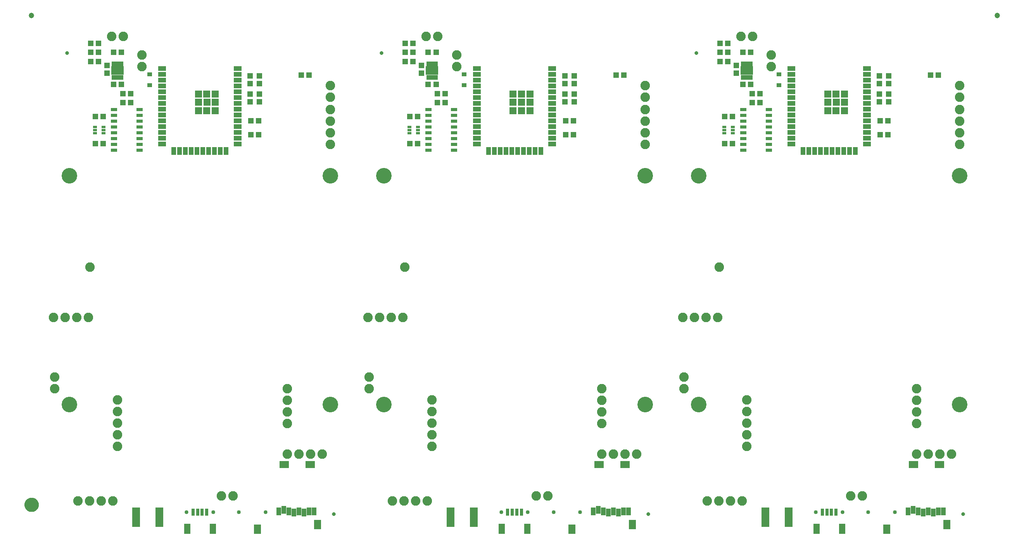
<source format=gbs>
G04 EAGLE Gerber RS-274X export*
G75*
%MOMM*%
%FSLAX34Y34*%
%LPD*%
%INSoldermask Bottom*%
%IPPOS*%
%AMOC8*
5,1,8,0,0,1.08239X$1,22.5*%
G01*
%ADD10R,1.403200X2.203200*%
%ADD11R,0.803200X1.553200*%
%ADD12C,0.838200*%
%ADD13C,0.853200*%
%ADD14R,1.703200X4.203200*%
%ADD15C,3.403600*%
%ADD16R,1.203200X1.303200*%
%ADD17R,1.303200X1.203200*%
%ADD18C,2.082800*%
%ADD19R,1.033200X0.833200*%
%ADD20R,1.403200X0.803200*%
%ADD21R,0.863200X0.503200*%
%ADD22R,2.003200X1.603200*%
%ADD23R,1.603200X2.103200*%
%ADD24R,1.003200X1.703200*%
%ADD25R,0.553200X1.003200*%
%ADD26R,2.703200X1.903200*%
%ADD27R,1.703200X1.103200*%
%ADD28R,1.103200X1.703200*%
%ADD29R,1.533200X1.533200*%
%ADD30C,1.203200*%
%ADD31C,1.270000*%
%ADD32C,1.703200*%


D10*
X369618Y10693D03*
X313618Y10693D03*
D11*
X356618Y47443D03*
X346618Y47443D03*
X336618Y47443D03*
X326618Y47443D03*
D12*
X633718Y42843D03*
X51318Y1051643D03*
D13*
X312718Y46963D03*
X370518Y46963D03*
D14*
X252718Y36013D03*
X201918Y36013D03*
D15*
X56630Y282680D03*
X56630Y782806D03*
X626606Y782806D03*
X626606Y282680D03*
D16*
X138418Y1006843D03*
X138418Y1023843D03*
D17*
X170118Y1052743D03*
X153118Y1052743D03*
X170118Y982743D03*
X153118Y982743D03*
D18*
X215138Y1046683D03*
X215138Y1021283D03*
D19*
X231618Y981243D03*
X231618Y1004243D03*
D16*
X451618Y961243D03*
X451618Y944243D03*
X471618Y1001243D03*
X471618Y984243D03*
X451618Y1001243D03*
X451618Y984243D03*
X471618Y961243D03*
X471618Y944243D03*
D17*
X173118Y962743D03*
X190118Y962743D03*
D20*
X209618Y927193D03*
X209618Y914493D03*
X209618Y901793D03*
X209618Y889093D03*
X209618Y876393D03*
X209618Y863693D03*
X209618Y850993D03*
X209618Y838293D03*
X153618Y838293D03*
X153618Y850993D03*
X153618Y863693D03*
X153618Y876393D03*
X153618Y889093D03*
X153618Y901793D03*
X153618Y914493D03*
X153618Y927193D03*
D17*
X113118Y852743D03*
X130118Y852743D03*
X130118Y912743D03*
X113118Y912743D03*
D21*
X130818Y889243D03*
X112418Y882743D03*
X112418Y876243D03*
X112418Y889243D03*
X130818Y882743D03*
X130818Y876243D03*
D13*
X427018Y46963D03*
X484818Y46963D03*
D17*
X173118Y942743D03*
X190118Y942743D03*
D18*
X151118Y71893D03*
X125718Y71893D03*
X100318Y71893D03*
X74918Y71893D03*
X608318Y174443D03*
X582918Y174443D03*
X557518Y174443D03*
X532118Y174443D03*
X532118Y240643D03*
X532118Y266043D03*
X532118Y291443D03*
X532118Y316843D03*
X24118Y342243D03*
X24118Y316843D03*
D17*
X453118Y902743D03*
X470118Y902743D03*
D22*
X525738Y151393D03*
X582738Y151393D03*
D23*
X598738Y19893D03*
X467238Y9893D03*
D24*
X513838Y48393D03*
X524838Y52393D03*
X535838Y48393D03*
X546838Y46393D03*
X557838Y48393D03*
X568838Y46393D03*
X579838Y48393D03*
X590838Y48393D03*
D18*
X388918Y82743D03*
X414318Y82743D03*
X148918Y1087743D03*
X174318Y1087743D03*
X626618Y980343D03*
X626618Y954943D03*
D17*
X580118Y1002743D03*
X563118Y1002743D03*
D25*
X161618Y998243D03*
X166618Y998243D03*
X171618Y998243D03*
X156618Y998243D03*
X151618Y998243D03*
X151618Y1027243D03*
X156618Y1027243D03*
X161618Y1027243D03*
X166618Y1027243D03*
X171618Y1027243D03*
D26*
X161618Y1012743D03*
D17*
X120118Y1052743D03*
X103118Y1052743D03*
X120118Y1032743D03*
X103118Y1032743D03*
X120118Y1072743D03*
X103118Y1072743D03*
D18*
X21618Y472743D03*
X47018Y472743D03*
X72418Y472743D03*
X97818Y472743D03*
X161618Y292743D03*
X161618Y267343D03*
X161618Y241943D03*
X161618Y216543D03*
X161618Y191143D03*
X626618Y851743D03*
X626618Y877143D03*
X626618Y902543D03*
X626618Y927943D03*
X101618Y582743D03*
D17*
X453118Y872743D03*
X470118Y872743D03*
D27*
X423998Y1017043D03*
X423998Y1004343D03*
X423998Y991643D03*
X423998Y978943D03*
X423998Y966243D03*
X423998Y953543D03*
X423998Y940843D03*
X423998Y928143D03*
X423998Y915443D03*
X423998Y902743D03*
X423998Y890043D03*
X423998Y877343D03*
X423998Y864643D03*
X423998Y851943D03*
D28*
X398768Y837043D03*
X386068Y837043D03*
X373368Y837043D03*
X360668Y837043D03*
X347968Y837043D03*
X335268Y837043D03*
X322568Y837043D03*
X309868Y837043D03*
X297168Y837043D03*
X284468Y837043D03*
D27*
X259238Y851943D03*
X259238Y864643D03*
X259238Y877343D03*
X259238Y890043D03*
X259238Y902743D03*
X259238Y915443D03*
X259238Y928143D03*
X259238Y940843D03*
X259238Y953543D03*
X259238Y966243D03*
X259238Y978943D03*
X259238Y991643D03*
X259238Y1004343D03*
X259238Y1017043D03*
D29*
X356928Y943623D03*
X338478Y961833D03*
X356778Y961833D03*
X375078Y961833D03*
X375078Y943533D03*
X338378Y943833D03*
X338478Y925233D03*
X356778Y925133D03*
X375078Y925233D03*
D10*
X1056688Y10693D03*
X1000688Y10693D03*
D11*
X1043688Y47443D03*
X1033688Y47443D03*
X1023688Y47443D03*
X1013688Y47443D03*
D12*
X1320788Y42843D03*
X738388Y1051643D03*
D13*
X999788Y46963D03*
X1057588Y46963D03*
D14*
X939788Y36013D03*
X888988Y36013D03*
D15*
X743700Y282680D03*
X743700Y782806D03*
X1313676Y782806D03*
X1313676Y282680D03*
D16*
X825488Y1006843D03*
X825488Y1023843D03*
D17*
X857188Y1052743D03*
X840188Y1052743D03*
X857188Y982743D03*
X840188Y982743D03*
D18*
X902208Y1046683D03*
X902208Y1021283D03*
D19*
X918688Y981243D03*
X918688Y1004243D03*
D16*
X1138688Y961243D03*
X1138688Y944243D03*
X1158688Y1001243D03*
X1158688Y984243D03*
X1138688Y1001243D03*
X1138688Y984243D03*
X1158688Y961243D03*
X1158688Y944243D03*
D17*
X860188Y962743D03*
X877188Y962743D03*
D20*
X896688Y927193D03*
X896688Y914493D03*
X896688Y901793D03*
X896688Y889093D03*
X896688Y876393D03*
X896688Y863693D03*
X896688Y850993D03*
X896688Y838293D03*
X840688Y838293D03*
X840688Y850993D03*
X840688Y863693D03*
X840688Y876393D03*
X840688Y889093D03*
X840688Y901793D03*
X840688Y914493D03*
X840688Y927193D03*
D17*
X800188Y852743D03*
X817188Y852743D03*
X817188Y912743D03*
X800188Y912743D03*
D21*
X817888Y889243D03*
X799488Y882743D03*
X799488Y876243D03*
X799488Y889243D03*
X817888Y882743D03*
X817888Y876243D03*
D13*
X1114088Y46963D03*
X1171888Y46963D03*
D17*
X860188Y942743D03*
X877188Y942743D03*
D18*
X838188Y71893D03*
X812788Y71893D03*
X787388Y71893D03*
X761988Y71893D03*
X1295388Y174443D03*
X1269988Y174443D03*
X1244588Y174443D03*
X1219188Y174443D03*
X1219188Y240643D03*
X1219188Y266043D03*
X1219188Y291443D03*
X1219188Y316843D03*
X711188Y342243D03*
X711188Y316843D03*
D17*
X1140188Y902743D03*
X1157188Y902743D03*
D22*
X1212808Y151393D03*
X1269808Y151393D03*
D23*
X1285808Y19893D03*
X1154308Y9893D03*
D24*
X1200908Y48393D03*
X1211908Y52393D03*
X1222908Y48393D03*
X1233908Y46393D03*
X1244908Y48393D03*
X1255908Y46393D03*
X1266908Y48393D03*
X1277908Y48393D03*
D18*
X1075988Y82743D03*
X1101388Y82743D03*
X835988Y1087743D03*
X861388Y1087743D03*
X1313688Y980343D03*
X1313688Y954943D03*
D17*
X1267188Y1002743D03*
X1250188Y1002743D03*
D25*
X848688Y998243D03*
X853688Y998243D03*
X858688Y998243D03*
X843688Y998243D03*
X838688Y998243D03*
X838688Y1027243D03*
X843688Y1027243D03*
X848688Y1027243D03*
X853688Y1027243D03*
X858688Y1027243D03*
D26*
X848688Y1012743D03*
D17*
X807188Y1052743D03*
X790188Y1052743D03*
X807188Y1032743D03*
X790188Y1032743D03*
X807188Y1072743D03*
X790188Y1072743D03*
D18*
X708688Y472743D03*
X734088Y472743D03*
X759488Y472743D03*
X784888Y472743D03*
X848688Y292743D03*
X848688Y267343D03*
X848688Y241943D03*
X848688Y216543D03*
X848688Y191143D03*
X1313688Y851743D03*
X1313688Y877143D03*
X1313688Y902543D03*
X1313688Y927943D03*
X788688Y582743D03*
D17*
X1140188Y872743D03*
X1157188Y872743D03*
D27*
X1111068Y1017043D03*
X1111068Y1004343D03*
X1111068Y991643D03*
X1111068Y978943D03*
X1111068Y966243D03*
X1111068Y953543D03*
X1111068Y940843D03*
X1111068Y928143D03*
X1111068Y915443D03*
X1111068Y902743D03*
X1111068Y890043D03*
X1111068Y877343D03*
X1111068Y864643D03*
X1111068Y851943D03*
D28*
X1085838Y837043D03*
X1073138Y837043D03*
X1060438Y837043D03*
X1047738Y837043D03*
X1035038Y837043D03*
X1022338Y837043D03*
X1009638Y837043D03*
X996938Y837043D03*
X984238Y837043D03*
X971538Y837043D03*
D27*
X946308Y851943D03*
X946308Y864643D03*
X946308Y877343D03*
X946308Y890043D03*
X946308Y902743D03*
X946308Y915443D03*
X946308Y928143D03*
X946308Y940843D03*
X946308Y953543D03*
X946308Y966243D03*
X946308Y978943D03*
X946308Y991643D03*
X946308Y1004343D03*
X946308Y1017043D03*
D29*
X1043998Y943623D03*
X1025548Y961833D03*
X1043848Y961833D03*
X1062148Y961833D03*
X1062148Y943533D03*
X1025448Y943833D03*
X1025548Y925233D03*
X1043848Y925133D03*
X1062148Y925233D03*
D10*
X1743758Y10693D03*
X1687758Y10693D03*
D11*
X1730758Y47443D03*
X1720758Y47443D03*
X1710758Y47443D03*
X1700758Y47443D03*
D12*
X2007858Y42843D03*
X1425458Y1051643D03*
D13*
X1686858Y46963D03*
X1744658Y46963D03*
D14*
X1626858Y36013D03*
X1576058Y36013D03*
D15*
X1430770Y282680D03*
X1430770Y782806D03*
X2000746Y782806D03*
X2000746Y282680D03*
D16*
X1512558Y1006843D03*
X1512558Y1023843D03*
D17*
X1544258Y1052743D03*
X1527258Y1052743D03*
X1544258Y982743D03*
X1527258Y982743D03*
D18*
X1589278Y1046683D03*
X1589278Y1021283D03*
D19*
X1605758Y981243D03*
X1605758Y1004243D03*
D16*
X1825758Y961243D03*
X1825758Y944243D03*
X1845758Y1001243D03*
X1845758Y984243D03*
X1825758Y1001243D03*
X1825758Y984243D03*
X1845758Y961243D03*
X1845758Y944243D03*
D17*
X1547258Y962743D03*
X1564258Y962743D03*
D20*
X1583758Y927193D03*
X1583758Y914493D03*
X1583758Y901793D03*
X1583758Y889093D03*
X1583758Y876393D03*
X1583758Y863693D03*
X1583758Y850993D03*
X1583758Y838293D03*
X1527758Y838293D03*
X1527758Y850993D03*
X1527758Y863693D03*
X1527758Y876393D03*
X1527758Y889093D03*
X1527758Y901793D03*
X1527758Y914493D03*
X1527758Y927193D03*
D17*
X1487258Y852743D03*
X1504258Y852743D03*
X1504258Y912743D03*
X1487258Y912743D03*
D21*
X1504958Y889243D03*
X1486558Y882743D03*
X1486558Y876243D03*
X1486558Y889243D03*
X1504958Y882743D03*
X1504958Y876243D03*
D13*
X1801158Y46963D03*
X1858958Y46963D03*
D17*
X1547258Y942743D03*
X1564258Y942743D03*
D18*
X1525258Y71893D03*
X1499858Y71893D03*
X1474458Y71893D03*
X1449058Y71893D03*
X1982458Y174443D03*
X1957058Y174443D03*
X1931658Y174443D03*
X1906258Y174443D03*
X1906258Y240643D03*
X1906258Y266043D03*
X1906258Y291443D03*
X1906258Y316843D03*
X1398258Y342243D03*
X1398258Y316843D03*
D17*
X1827258Y902743D03*
X1844258Y902743D03*
D22*
X1899878Y151393D03*
X1956878Y151393D03*
D23*
X1972878Y19893D03*
X1841378Y9893D03*
D24*
X1887978Y48393D03*
X1898978Y52393D03*
X1909978Y48393D03*
X1920978Y46393D03*
X1931978Y48393D03*
X1942978Y46393D03*
X1953978Y48393D03*
X1964978Y48393D03*
D18*
X1763058Y82743D03*
X1788458Y82743D03*
X1523058Y1087743D03*
X1548458Y1087743D03*
X2000758Y980343D03*
X2000758Y954943D03*
D17*
X1954258Y1002743D03*
X1937258Y1002743D03*
D25*
X1535758Y998243D03*
X1540758Y998243D03*
X1545758Y998243D03*
X1530758Y998243D03*
X1525758Y998243D03*
X1525758Y1027243D03*
X1530758Y1027243D03*
X1535758Y1027243D03*
X1540758Y1027243D03*
X1545758Y1027243D03*
D26*
X1535758Y1012743D03*
D17*
X1494258Y1052743D03*
X1477258Y1052743D03*
X1494258Y1032743D03*
X1477258Y1032743D03*
X1494258Y1072743D03*
X1477258Y1072743D03*
D18*
X1395758Y472743D03*
X1421158Y472743D03*
X1446558Y472743D03*
X1471958Y472743D03*
X1535758Y292743D03*
X1535758Y267343D03*
X1535758Y241943D03*
X1535758Y216543D03*
X1535758Y191143D03*
X2000758Y851743D03*
X2000758Y877143D03*
X2000758Y902543D03*
X2000758Y927943D03*
X1475758Y582743D03*
D17*
X1827258Y872743D03*
X1844258Y872743D03*
D27*
X1798138Y1017043D03*
X1798138Y1004343D03*
X1798138Y991643D03*
X1798138Y978943D03*
X1798138Y966243D03*
X1798138Y953543D03*
X1798138Y940843D03*
X1798138Y928143D03*
X1798138Y915443D03*
X1798138Y902743D03*
X1798138Y890043D03*
X1798138Y877343D03*
X1798138Y864643D03*
X1798138Y851943D03*
D28*
X1772908Y837043D03*
X1760208Y837043D03*
X1747508Y837043D03*
X1734808Y837043D03*
X1722108Y837043D03*
X1709408Y837043D03*
X1696708Y837043D03*
X1684008Y837043D03*
X1671308Y837043D03*
X1658608Y837043D03*
D27*
X1633378Y851943D03*
X1633378Y864643D03*
X1633378Y877343D03*
X1633378Y890043D03*
X1633378Y902743D03*
X1633378Y915443D03*
X1633378Y928143D03*
X1633378Y940843D03*
X1633378Y953543D03*
X1633378Y966243D03*
X1633378Y978943D03*
X1633378Y991643D03*
X1633378Y1004343D03*
X1633378Y1017043D03*
D29*
X1731068Y943623D03*
X1712618Y961833D03*
X1730918Y961833D03*
X1749218Y961833D03*
X1749218Y943533D03*
X1712518Y943833D03*
X1712618Y925233D03*
X1730918Y925133D03*
X1749218Y925233D03*
D30*
X-26238Y1133145D03*
X2082368Y1133145D03*
D31*
X-35293Y63500D02*
X-35290Y63722D01*
X-35282Y63944D01*
X-35268Y64166D01*
X-35249Y64388D01*
X-35225Y64608D01*
X-35195Y64829D01*
X-35160Y65048D01*
X-35119Y65267D01*
X-35073Y65484D01*
X-35022Y65700D01*
X-34965Y65915D01*
X-34903Y66129D01*
X-34836Y66340D01*
X-34764Y66551D01*
X-34686Y66759D01*
X-34604Y66965D01*
X-34516Y67169D01*
X-34424Y67372D01*
X-34326Y67571D01*
X-34224Y67768D01*
X-34117Y67963D01*
X-34005Y68155D01*
X-33888Y68344D01*
X-33767Y68531D01*
X-33641Y68714D01*
X-33511Y68894D01*
X-33376Y69071D01*
X-33238Y69244D01*
X-33095Y69414D01*
X-32947Y69581D01*
X-32796Y69744D01*
X-32641Y69903D01*
X-32482Y70058D01*
X-32319Y70209D01*
X-32152Y70357D01*
X-31982Y70500D01*
X-31809Y70638D01*
X-31632Y70773D01*
X-31452Y70903D01*
X-31269Y71029D01*
X-31082Y71150D01*
X-30893Y71267D01*
X-30701Y71379D01*
X-30506Y71486D01*
X-30309Y71588D01*
X-30110Y71686D01*
X-29907Y71778D01*
X-29703Y71866D01*
X-29497Y71948D01*
X-29289Y72026D01*
X-29078Y72098D01*
X-28867Y72165D01*
X-28653Y72227D01*
X-28438Y72284D01*
X-28222Y72335D01*
X-28005Y72381D01*
X-27786Y72422D01*
X-27567Y72457D01*
X-27346Y72487D01*
X-27126Y72511D01*
X-26904Y72530D01*
X-26682Y72544D01*
X-26460Y72552D01*
X-26238Y72555D01*
X-26016Y72552D01*
X-25794Y72544D01*
X-25572Y72530D01*
X-25350Y72511D01*
X-25130Y72487D01*
X-24909Y72457D01*
X-24690Y72422D01*
X-24471Y72381D01*
X-24254Y72335D01*
X-24038Y72284D01*
X-23823Y72227D01*
X-23609Y72165D01*
X-23398Y72098D01*
X-23187Y72026D01*
X-22979Y71948D01*
X-22773Y71866D01*
X-22569Y71778D01*
X-22366Y71686D01*
X-22167Y71588D01*
X-21970Y71486D01*
X-21775Y71379D01*
X-21583Y71267D01*
X-21394Y71150D01*
X-21207Y71029D01*
X-21024Y70903D01*
X-20844Y70773D01*
X-20667Y70638D01*
X-20494Y70500D01*
X-20324Y70357D01*
X-20157Y70209D01*
X-19994Y70058D01*
X-19835Y69903D01*
X-19680Y69744D01*
X-19529Y69581D01*
X-19381Y69414D01*
X-19238Y69244D01*
X-19100Y69071D01*
X-18965Y68894D01*
X-18835Y68714D01*
X-18709Y68531D01*
X-18588Y68344D01*
X-18471Y68155D01*
X-18359Y67963D01*
X-18252Y67768D01*
X-18150Y67571D01*
X-18052Y67372D01*
X-17960Y67169D01*
X-17872Y66965D01*
X-17790Y66759D01*
X-17712Y66551D01*
X-17640Y66340D01*
X-17573Y66129D01*
X-17511Y65915D01*
X-17454Y65700D01*
X-17403Y65484D01*
X-17357Y65267D01*
X-17316Y65048D01*
X-17281Y64829D01*
X-17251Y64608D01*
X-17227Y64388D01*
X-17208Y64166D01*
X-17194Y63944D01*
X-17186Y63722D01*
X-17183Y63500D01*
X-17186Y63278D01*
X-17194Y63056D01*
X-17208Y62834D01*
X-17227Y62612D01*
X-17251Y62392D01*
X-17281Y62171D01*
X-17316Y61952D01*
X-17357Y61733D01*
X-17403Y61516D01*
X-17454Y61300D01*
X-17511Y61085D01*
X-17573Y60871D01*
X-17640Y60660D01*
X-17712Y60449D01*
X-17790Y60241D01*
X-17872Y60035D01*
X-17960Y59831D01*
X-18052Y59628D01*
X-18150Y59429D01*
X-18252Y59232D01*
X-18359Y59037D01*
X-18471Y58845D01*
X-18588Y58656D01*
X-18709Y58469D01*
X-18835Y58286D01*
X-18965Y58106D01*
X-19100Y57929D01*
X-19238Y57756D01*
X-19381Y57586D01*
X-19529Y57419D01*
X-19680Y57256D01*
X-19835Y57097D01*
X-19994Y56942D01*
X-20157Y56791D01*
X-20324Y56643D01*
X-20494Y56500D01*
X-20667Y56362D01*
X-20844Y56227D01*
X-21024Y56097D01*
X-21207Y55971D01*
X-21394Y55850D01*
X-21583Y55733D01*
X-21775Y55621D01*
X-21970Y55514D01*
X-22167Y55412D01*
X-22366Y55314D01*
X-22569Y55222D01*
X-22773Y55134D01*
X-22979Y55052D01*
X-23187Y54974D01*
X-23398Y54902D01*
X-23609Y54835D01*
X-23823Y54773D01*
X-24038Y54716D01*
X-24254Y54665D01*
X-24471Y54619D01*
X-24690Y54578D01*
X-24909Y54543D01*
X-25130Y54513D01*
X-25350Y54489D01*
X-25572Y54470D01*
X-25794Y54456D01*
X-26016Y54448D01*
X-26238Y54445D01*
X-26460Y54448D01*
X-26682Y54456D01*
X-26904Y54470D01*
X-27126Y54489D01*
X-27346Y54513D01*
X-27567Y54543D01*
X-27786Y54578D01*
X-28005Y54619D01*
X-28222Y54665D01*
X-28438Y54716D01*
X-28653Y54773D01*
X-28867Y54835D01*
X-29078Y54902D01*
X-29289Y54974D01*
X-29497Y55052D01*
X-29703Y55134D01*
X-29907Y55222D01*
X-30110Y55314D01*
X-30309Y55412D01*
X-30506Y55514D01*
X-30701Y55621D01*
X-30893Y55733D01*
X-31082Y55850D01*
X-31269Y55971D01*
X-31452Y56097D01*
X-31632Y56227D01*
X-31809Y56362D01*
X-31982Y56500D01*
X-32152Y56643D01*
X-32319Y56791D01*
X-32482Y56942D01*
X-32641Y57097D01*
X-32796Y57256D01*
X-32947Y57419D01*
X-33095Y57586D01*
X-33238Y57756D01*
X-33376Y57929D01*
X-33511Y58106D01*
X-33641Y58286D01*
X-33767Y58469D01*
X-33888Y58656D01*
X-34005Y58845D01*
X-34117Y59037D01*
X-34224Y59232D01*
X-34326Y59429D01*
X-34424Y59628D01*
X-34516Y59831D01*
X-34604Y60035D01*
X-34686Y60241D01*
X-34764Y60449D01*
X-34836Y60660D01*
X-34903Y60871D01*
X-34965Y61085D01*
X-35022Y61300D01*
X-35073Y61516D01*
X-35119Y61733D01*
X-35160Y61952D01*
X-35195Y62171D01*
X-35225Y62392D01*
X-35249Y62612D01*
X-35268Y62834D01*
X-35282Y63056D01*
X-35290Y63278D01*
X-35293Y63500D01*
D32*
X-26238Y63500D03*
M02*

</source>
